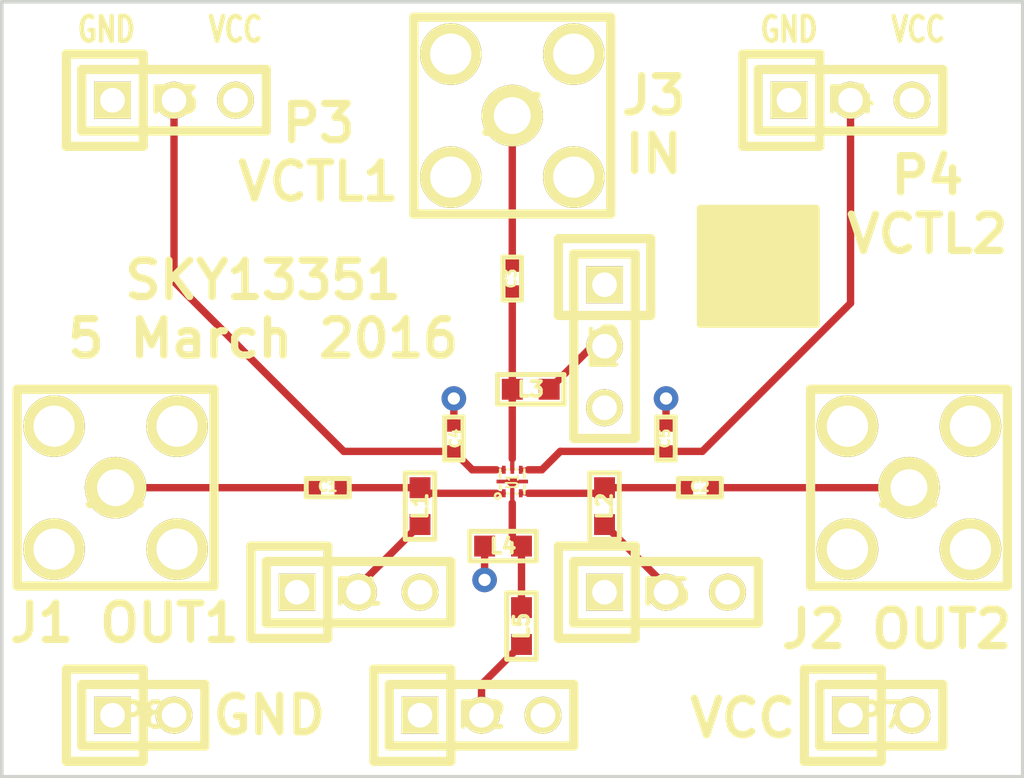
<source format=kicad_pcb>
(kicad_pcb (version 20221018) (generator pcbnew)
  (layers (0 "F.Cu" signal "C1F.Cu") (1 "In1.Cu" signal "C2.Cu") (2 "In2.Cu" signal "C3.Cu") (31 "B.Cu" signal "C4B.Cu") (34 "B.Paste" user) (35 "F.Paste" user) (36 "B.SilkS" user "B.Silkscreen") (37 "F.SilkS" user "F.Silkscreen") (38 "B.Mask" user) (39 "F.Mask" user) (44 "Edge.Cuts" user))
  (net 0 "")
  (net 1 "Net-(C1-Pad2)")
  (net 2 "Net-(C1-Pad1)")
  (net 3 "Net-(C2-Pad2)")
  (net 4 "Net-(C2-Pad1)")
  (net 5 "Net-(C3-Pad2)")
  (net 6 "Net-(C3-Pad1)")
  (net 7 "GND")
  (net 8 "VCC")
  (net 9 "Net-(C4-Pad1)")
  (net 10 "Net-(C5-Pad2)")
  (net 11 "Net-(L1-Pad1)")
  (net 12 "Net-(L5-Pad1)")
  (net 13 "Net-(L2-Pad1)")
  (net 14 "Net-(L3-Pad1)")
  (net 15 "Net-(L4-Pad2)")
  (footprint "gsg-modules:0402" (layer "F.Cu") (at 144.78 101.854 180)
    (fp_text reference "C1" (at 0 0.0508 180) (layer "F.SilkS") (effects (font (size 0.4064 0.4064) (thickness 0.1016))))
    (fp_text value "100nF" hide)
    (fp_line (start -0.889 -0.381) (end 0.889 -0.381) (stroke (width 0.2032)) (layer "F.SilkS"))
    (fp_line (start -0.889 0.381) (end -0.889 -0.381) (stroke (width 0.2032)) (layer "F.SilkS"))
    (fp_line (start 0.889 -0.381) (end 0.889 0.381) (stroke (width 0.2032)) (layer "F.SilkS"))
    (fp_line (start 0.889 0.381) (end -0.889 0.381) (stroke (width 0.2032)) (layer "F.SilkS"))
    (pad "1" smd rect (at -0.5334 0 180) (size 0.508 0.5588) (layers "F.Cu" "F.Paste" "F.Mask") (net 2 "Net-(C1-Pad1)"))
    (pad "2" smd rect (at 0.5334 0 180) (size 0.508 0.5588) (layers "F.Cu" "F.Paste" "F.Mask") (net 1 "Net-(C1-Pad2)"))
  )
  (footprint "gsg-modules:0402" (layer "F.Cu") (at 160.147 101.854 180)
    (fp_text reference "C2" (at 0 0.0508 180) (layer "F.SilkS") (effects (font (size 0.4064 0.4064) (thickness 0.1016))))
    (fp_text value "100nF" hide)
    (fp_line (start -0.889 -0.381) (end 0.889 -0.381) (stroke (width 0.2032)) (layer "F.SilkS"))
    (fp_line (start -0.889 0.381) (end -0.889 -0.381) (stroke (width 0.2032)) (layer "F.SilkS"))
    (fp_line (start 0.889 -0.381) (end 0.889 0.381) (stroke (width 0.2032)) (layer "F.SilkS"))
    (fp_line (start 0.889 0.381) (end -0.889 0.381) (stroke (width 0.2032)) (layer "F.SilkS"))
    (pad "1" smd rect (at -0.5334 0 180) (size 0.508 0.5588) (layers "F.Cu" "F.Paste" "F.Mask") (net 4 "Net-(C2-Pad1)"))
    (pad "2" smd rect (at 0.5334 0 180) (size 0.508 0.5588) (layers "F.Cu" "F.Paste" "F.Mask") (net 3 "Net-(C2-Pad2)"))
  )
  (footprint "gsg-modules:0402" (layer "F.Cu") (at 152.4 93.218 -90)
    (fp_text reference "C3" (at 0 0.0508 270) (layer "F.SilkS") (effects (font (size 0.4064 0.4064) (thickness 0.1016))))
    (fp_text value "100nF" hide)
    (fp_line (start -0.889 -0.381) (end 0.889 -0.381) (stroke (width 0.2032)) (layer "F.SilkS"))
    (fp_line (start -0.889 0.381) (end -0.889 -0.381) (stroke (width 0.2032)) (layer "F.SilkS"))
    (fp_line (start 0.889 -0.381) (end 0.889 0.381) (stroke (width 0.2032)) (layer "F.SilkS"))
    (fp_line (start 0.889 0.381) (end -0.889 0.381) (stroke (width 0.2032)) (layer "F.SilkS"))
    (pad "1" smd rect (at -0.5334 0 270) (size 0.508 0.5588) (layers "F.Cu" "F.Paste" "F.Mask") (net 6 "Net-(C3-Pad1)"))
    (pad "2" smd rect (at 0.5334 0 270) (size 0.508 0.5588) (layers "F.Cu" "F.Paste" "F.Mask") (net 5 "Net-(C3-Pad2)"))
  )
  (footprint "gsg-modules:SMA-VERTICAL" (layer "F.Cu") (at 136.017 101.854)
    (fp_text reference "J1" (at 0 0) (layer "F.SilkS") (effects (font (size 1.524 1.524) (thickness 0.3048))))
    (fp_text value "SMA" hide)
    (fp_line (start -4.064 -4.064) (end -4.064 4.064) (stroke (width 0.381)) (layer "F.SilkS"))
    (fp_line (start -4.064 4.064) (end 4.064 4.064) (stroke (width 0.381)) (layer "F.SilkS"))
    (fp_line (start 4.064 -4.064) (end -4.064 -4.064) (stroke (width 0.381)) (layer "F.SilkS"))
    (fp_line (start 4.064 4.064) (end 4.064 -4.064) (stroke (width 0.381)) (layer "F.SilkS"))
    (pad "1" thru_hole circle (at 0 0) (size 2.54 2.54) (drill 1.524) (layers "*.Cu" "*.Mask" "F.SilkS") (net 1 "Net-(C1-Pad2)"))
    (pad "2" thru_hole circle (at -2.54 -2.54) (size 2.54 2.54) (drill 1.7018) (layers "*.Cu" "*.Mask" "F.SilkS") (net 7 "GND"))
    (pad "2" thru_hole circle (at -2.54 2.54) (size 2.54 2.54) (drill 1.7018) (layers "*.Cu" "*.Mask" "F.SilkS") (net 7 "GND"))
    (pad "2" thru_hole circle (at 2.54 -2.54) (size 2.54 2.54) (drill 1.7018) (layers "*.Cu" "*.Mask" "F.SilkS") (net 7 "GND"))
    (pad "2" thru_hole circle (at 2.54 2.54) (size 2.54 2.54) (drill 1.7018) (layers "*.Cu" "*.Mask" "F.SilkS") (net 7 "GND"))
  )
  (footprint "gsg-modules:SMA-VERTICAL" (layer "F.Cu") (at 168.783 101.854)
    (fp_text reference "J2" (at 0 0) (layer "F.SilkS") (effects (font (size 1.524 1.524) (thickness 0.3048))))
    (fp_text value "SMA" hide)
    (fp_line (start -4.064 -4.064) (end -4.064 4.064) (stroke (width 0.381)) (layer "F.SilkS"))
    (fp_line (start -4.064 4.064) (end 4.064 4.064) (stroke (width 0.381)) (layer "F.SilkS"))
    (fp_line (start 4.064 -4.064) (end -4.064 -4.064) (stroke (width 0.381)) (layer "F.SilkS"))
    (fp_line (start 4.064 4.064) (end 4.064 -4.064) (stroke (width 0.381)) (layer "F.SilkS"))
    (pad "1" thru_hole circle (at 0 0) (size 2.54 2.54) (drill 1.524) (layers "*.Cu" "*.Mask" "F.SilkS") (net 4 "Net-(C2-Pad1)"))
    (pad "2" thru_hole circle (at -2.54 -2.54) (size 2.54 2.54) (drill 1.7018) (layers "*.Cu" "*.Mask" "F.SilkS") (net 7 "GND"))
    (pad "2" thru_hole circle (at -2.54 2.54) (size 2.54 2.54) (drill 1.7018) (layers "*.Cu" "*.Mask" "F.SilkS") (net 7 "GND"))
    (pad "2" thru_hole circle (at 2.54 -2.54) (size 2.54 2.54) (drill 1.7018) (layers "*.Cu" "*.Mask" "F.SilkS") (net 7 "GND"))
    (pad "2" thru_hole circle (at 2.54 2.54) (size 2.54 2.54) (drill 1.7018) (layers "*.Cu" "*.Mask" "F.SilkS") (net 7 "GND"))
  )
  (footprint "gsg-modules:SMA-VERTICAL" (layer "F.Cu") (at 152.4 86.487)
    (fp_text reference "J3" (at 0 0) (layer "F.SilkS") (effects (font (size 1.524 1.524) (thickness 0.3048))))
    (fp_text value "SMA" hide)
    (fp_line (start -4.064 -4.064) (end -4.064 4.064) (stroke (width 0.381)) (layer "F.SilkS"))
    (fp_line (start -4.064 4.064) (end 4.064 4.064) (stroke (width 0.381)) (layer "F.SilkS"))
    (fp_line (start 4.064 -4.064) (end -4.064 -4.064) (stroke (width 0.381)) (layer "F.SilkS"))
    (fp_line (start 4.064 4.064) (end 4.064 -4.064) (stroke (width 0.381)) (layer "F.SilkS"))
    (pad "1" thru_hole circle (at 0 0) (size 2.54 2.54) (drill 1.524) (layers "*.Cu" "*.Mask" "F.SilkS") (net 6 "Net-(C3-Pad1)"))
    (pad "2" thru_hole circle (at -2.54 -2.54) (size 2.54 2.54) (drill 1.7018) (layers "*.Cu" "*.Mask" "F.SilkS") (net 7 "GND"))
    (pad "2" thru_hole circle (at -2.54 2.54) (size 2.54 2.54) (drill 1.7018) (layers "*.Cu" "*.Mask" "F.SilkS") (net 7 "GND"))
    (pad "2" thru_hole circle (at 2.54 -2.54) (size 2.54 2.54) (drill 1.7018) (layers "*.Cu" "*.Mask" "F.SilkS") (net 7 "GND"))
    (pad "2" thru_hole circle (at 2.54 2.54) (size 2.54 2.54) (drill 1.7018) (layers "*.Cu" "*.Mask" "F.SilkS") (net 7 "GND"))
  )
  (footprint "gsg-modules:HEADER-1x3" (layer "F.Cu") (at 146.05 106.172)
    (fp_text reference "P1" (at 0 0) (layer "F.SilkS") (effects (font (size 1.016 1.016) (thickness 0.2032))))
    (fp_text value "CONN_01X03" hide)
    (fp_line (start -4.445 -1.905) (end -4.445 1.905) (stroke (width 0.381)) (layer "F.SilkS"))
    (fp_line (start -4.445 1.905) (end -1.27 1.905) (stroke (width 0.381)) (layer "F.SilkS"))
    (fp_line (start -3.81 -1.27) (end -3.81 1.27) (stroke (width 0.381)) (layer "F.SilkS"))
    (fp_line (start -3.81 -1.27) (end 3.81 -1.27) (stroke (width 0.381)) (layer "F.SilkS"))
    (fp_line (start -1.27 -1.905) (end -4.445 -1.905) (stroke (width 0.381)) (layer "F.SilkS"))
    (fp_line (start -1.27 1.905) (end -1.27 -1.905) (stroke (width 0.381)) (layer "F.SilkS"))
    (fp_line (start 3.81 -1.27) (end 3.81 1.27) (stroke (width 0.381)) (layer "F.SilkS"))
    (fp_line (start 3.81 1.27) (end -3.81 1.27) (stroke (width 0.381)) (layer "F.SilkS"))
    (pad "1" thru_hole rect (at -2.54 0) (size 1.524 1.524) (drill 1.016) (layers "*.Cu" "*.Mask" "F.SilkS") (net 7 "GND"))
    (pad "2" thru_hole circle (at 0 0) (size 1.524 1.524) (drill 1.016) (layers "*.Cu" "*.Mask" "F.SilkS") (net 11 "Net-(L1-Pad1)"))
    (pad "3" thru_hole circle (at 2.54 0) (size 1.524 1.524) (drill 1.016) (layers "*.Cu" "*.Mask" "F.SilkS") (net 8 "VCC"))
  )
  (footprint "gsg-modules:HEADER-1x3" (layer "F.Cu") (at 151.13 111.252)
    (fp_text reference "P2" (at 0 0) (layer "F.SilkS") (effects (font (size 1.016 1.016) (thickness 0.2032))))
    (fp_text value "CONN_01X03" hide)
    (fp_line (start -4.445 -1.905) (end -4.445 1.905) (stroke (width 0.381)) (layer "F.SilkS"))
    (fp_line (start -4.445 1.905) (end -1.27 1.905) (stroke (width 0.381)) (layer "F.SilkS"))
    (fp_line (start -3.81 -1.27) (end -3.81 1.27) (stroke (width 0.381)) (layer "F.SilkS"))
    (fp_line (start -3.81 -1.27) (end 3.81 -1.27) (stroke (width 0.381)) (layer "F.SilkS"))
    (fp_line (start -1.27 -1.905) (end -4.445 -1.905) (stroke (width 0.381)) (layer "F.SilkS"))
    (fp_line (start -1.27 1.905) (end -1.27 -1.905) (stroke (width 0.381)) (layer "F.SilkS"))
    (fp_line (start 3.81 -1.27) (end 3.81 1.27) (stroke (width 0.381)) (layer "F.SilkS"))
    (fp_line (start 3.81 1.27) (end -3.81 1.27) (stroke (width 0.381)) (layer "F.SilkS"))
    (pad "1" thru_hole rect (at -2.54 0) (size 1.524 1.524) (drill 1.016) (layers "*.Cu" "*.Mask" "F.SilkS") (net 7 "GND"))
    (pad "2" thru_hole circle (at 0 0) (size 1.524 1.524) (drill 1.016) (layers "*.Cu" "*.Mask" "F.SilkS") (net 12 "Net-(L5-Pad1)"))
    (pad "3" thru_hole circle (at 2.54 0) (size 1.524 1.524) (drill 1.016) (layers "*.Cu" "*.Mask" "F.SilkS") (net 8 "VCC"))
  )
  (footprint "gsg-modules:HEADER-1x3" (layer "F.Cu") (at 138.43 85.852)
    (fp_text reference "P3" (at 0 0) (layer "F.SilkS") (effects (font (size 1.016 1.016) (thickness 0.2032))))
    (fp_text value "CONN_01X03" hide)
    (fp_line (start -4.445 -1.905) (end -4.445 1.905) (stroke (width 0.381)) (layer "F.SilkS"))
    (fp_line (start -4.445 1.905) (end -1.27 1.905) (stroke (width 0.381)) (layer "F.SilkS"))
    (fp_line (start -3.81 -1.27) (end -3.81 1.27) (stroke (width 0.381)) (layer "F.SilkS"))
    (fp_line (start -3.81 -1.27) (end 3.81 -1.27) (stroke (width 0.381)) (layer "F.SilkS"))
    (fp_line (start -1.27 -1.905) (end -4.445 -1.905) (stroke (width 0.381)) (layer "F.SilkS"))
    (fp_line (start -1.27 1.905) (end -1.27 -1.905) (stroke (width 0.381)) (layer "F.SilkS"))
    (fp_line (start 3.81 -1.27) (end 3.81 1.27) (stroke (width 0.381)) (layer "F.SilkS"))
    (fp_line (start 3.81 1.27) (end -3.81 1.27) (stroke (width 0.381)) (layer "F.SilkS"))
    (pad "1" thru_hole rect (at -2.54 0) (size 1.524 1.524) (drill 1.016) (layers "*.Cu" "*.Mask" "F.SilkS") (net 7 "GND"))
    (pad "2" thru_hole circle (at 0 0) (size 1.524 1.524) (drill 1.016) (layers "*.Cu" "*.Mask" "F.SilkS") (net 9 "Net-(C4-Pad1)"))
    (pad "3" thru_hole circle (at 2.54 0) (size 1.524 1.524) (drill 1.016) (layers "*.Cu" "*.Mask" "F.SilkS") (net 8 "VCC"))
  )
  (footprint "gsg-modules:HEADER-1x3" (layer "F.Cu") (at 166.37 85.852)
    (fp_text reference "P4" (at 0 0) (layer "F.SilkS") (effects (font (size 1.016 1.016) (thickness 0.2032))))
    (fp_text value "CONN_01X03" hide)
    (fp_line (start -4.445 -1.905) (end -4.445 1.905) (stroke (width 0.381)) (layer "F.SilkS"))
    (fp_line (start -4.445 1.905) (end -1.27 1.905) (stroke (width 0.381)) (layer "F.SilkS"))
    (fp_line (start -3.81 -1.27) (end -3.81 1.27) (stroke (width 0.381)) (layer "F.SilkS"))
    (fp_line (start -3.81 -1.27) (end 3.81 -1.27) (stroke (width 0.381)) (layer "F.SilkS"))
    (fp_line (start -1.27 -1.905) (end -4.445 -1.905) (stroke (width 0.381)) (layer "F.SilkS"))
    (fp_line (start -1.27 1.905) (end -1.27 -1.905) (stroke (width 0.381)) (layer "F.SilkS"))
    (fp_line (start 3.81 -1.27) (end 3.81 1.27) (stroke (width 0.381)) (layer "F.SilkS"))
    (fp_line (start 3.81 1.27) (end -3.81 1.27) (stroke (width 0.381)) (layer "F.SilkS"))
    (pad "1" thru_hole rect (at -2.54 0) (size 1.524 1.524) (drill 1.016) (layers "*.Cu" "*.Mask" "F.SilkS") (net 7 "GND"))
    (pad "2" thru_hole circle (at 0 0) (size 1.524 1.524) (drill 1.016) (layers "*.Cu" "*.Mask" "F.SilkS") (net 10 "Net-(C5-Pad2)"))
    (pad "3" thru_hole circle (at 2.54 0) (size 1.524 1.524) (drill 1.016) (layers "*.Cu" "*.Mask" "F.SilkS") (net 8 "VCC"))
  )
  (footprint "gsg-modules:HEADER-1x3" (layer "F.Cu") (at 158.75 106.172)
    (fp_text reference "P5" (at 0 0) (layer "F.SilkS") (effects (font (size 1.016 1.016) (thickness 0.2032))))
    (fp_text value "CONN_01X03" hide)
    (fp_line (start -4.445 -1.905) (end -4.445 1.905) (stroke (width 0.381)) (layer "F.SilkS"))
    (fp_line (start -4.445 1.905) (end -1.27 1.905) (stroke (width 0.381)) (layer "F.SilkS"))
    (fp_line (start -3.81 -1.27) (end -3.81 1.27) (stroke (width 0.381)) (layer "F.SilkS"))
    (fp_line (start -3.81 -1.27) (end 3.81 -1.27) (stroke (width 0.381)) (layer "F.SilkS"))
    (fp_line (start -1.27 -1.905) (end -4.445 -1.905) (stroke (width 0.381)) (layer "F.SilkS"))
    (fp_line (start -1.27 1.905) (end -1.27 -1.905) (stroke (width 0.381)) (layer "F.SilkS"))
    (fp_line (start 3.81 -1.27) (end 3.81 1.27) (stroke (width 0.381)) (layer "F.SilkS"))
    (fp_line (start 3.81 1.27) (end -3.81 1.27) (stroke (width 0.381)) (layer "F.SilkS"))
    (pad "1" thru_hole rect (at -2.54 0) (size 1.524 1.524) (drill 1.016) (layers "*.Cu" "*.Mask" "F.SilkS") (net 7 "GND"))
    (pad "2" thru_hole circle (at 0 0) (size 1.524 1.524) (drill 1.016) (layers "*.Cu" "*.Mask" "F.SilkS") (net 13 "Net-(L2-Pad1)"))
    (pad "3" thru_hole circle (at 2.54 0) (size 1.524 1.524) (drill 1.016) (layers "*.Cu" "*.Mask" "F.SilkS") (net 8 "VCC"))
  )
  (footprint "gsg-modules:HEADER-1x3" (layer "F.Cu") (at 156.21 96.012 -90)
    (fp_text reference "P6" (at 0 0 270) (layer "F.SilkS") (effects (font (size 1.016 1.016) (thickness 0.2032))))
    (fp_text value "CONN_01X03" hide)
    (fp_line (start -4.445 -1.905) (end -4.445 1.905) (stroke (width 0.381)) (layer "F.SilkS"))
    (fp_line (start -4.445 1.905) (end -1.27 1.905) (stroke (width 0.381)) (layer "F.SilkS"))
    (fp_line (start -3.81 -1.27) (end -3.81 1.27) (stroke (width 0.381)) (layer "F.SilkS"))
    (fp_line (start -3.81 -1.27) (end 3.81 -1.27) (stroke (width 0.381)) (layer "F.SilkS"))
    (fp_line (start -1.27 -1.905) (end -4.445 -1.905) (stroke (width 0.381)) (layer "F.SilkS"))
    (fp_line (start -1.27 1.905) (end -1.27 -1.905) (stroke (width 0.381)) (layer "F.SilkS"))
    (fp_line (start 3.81 -1.27) (end 3.81 1.27) (stroke (width 0.381)) (layer "F.SilkS"))
    (fp_line (start 3.81 1.27) (end -3.81 1.27) (stroke (width 0.381)) (layer "F.SilkS"))
    (pad "1" thru_hole rect (at -2.54 0 270) (size 1.524 1.524) (drill 1.016) (layers "*.Cu" "*.Mask" "F.SilkS") (net 7 "GND"))
    (pad "2" thru_hole circle (at 0 0 270) (size 1.524 1.524) (drill 1.016) (layers "*.Cu" "*.Mask" "F.SilkS") (net 14 "Net-(L3-Pad1)"))
    (pad "3" thru_hole circle (at 2.54 0 270) (size 1.524 1.524) (drill 1.016) (layers "*.Cu" "*.Mask" "F.SilkS") (net 8 "VCC"))
  )
  (footprint "gsg-modules:HEADER-1x2" (layer "F.Cu") (at 167.64 111.252)
    (fp_text reference "P7" (at 0 0) (layer "F.SilkS") (effects (font (size 1.016 1.016) (thickness 0.2032))))
    (fp_text value "CONN_01X02" hide)
    (fp_line (start -3.175 -1.905) (end -3.175 1.905) (stroke (width 0.381)) (layer "F.SilkS"))
    (fp_line (start -3.175 1.905) (end 0 1.905) (stroke (width 0.381)) (layer "F.SilkS"))
    (fp_line (start -2.54 -1.27) (end -2.54 1.27) (stroke (width 0.381)) (layer "F.SilkS"))
    (fp_line (start -2.54 -1.27) (end 2.54 -1.27) (stroke (width 0.381)) (layer "F.SilkS"))
    (fp_line (start 0 -1.905) (end -3.175 -1.905) (stroke (width 0.381)) (layer "F.SilkS"))
    (fp_line (start 0 1.905) (end 0 -1.905) (stroke (width 0.381)) (layer "F.SilkS"))
    (fp_line (start 2.54 -1.27) (end 2.54 1.27) (stroke (width 0.381)) (layer "F.SilkS"))
    (fp_line (start 2.54 1.27) (end -2.54 1.27) (stroke (width 0.381)) (layer "F.SilkS"))
    (pad "1" thru_hole rect (at -1.27 0) (size 1.524 1.524) (drill 1.016) (layers "*.Cu" "*.Mask" "F.SilkS") (net 8 "VCC"))
    (pad "2" thru_hole circle (at 1.27 0) (size 1.524 1.524) (drill 1.016) (layers "*.Cu" "*.Mask" "F.SilkS") (net 8 "VCC"))
  )
  (footprint "gsg-modules:HEADER-1x2" (layer "F.Cu") (at 137.16 111.252)
    (fp_text reference "P8" (at 0 0) (layer "F.SilkS") (effects (font (size 1.016 1.016) (thickness 0.2032))))
    (fp_text value "CONN_01X02" hide)
    (fp_line (start -3.175 -1.905) (end -3.175 1.905) (stroke (width 0.381)) (layer "F.SilkS"))
    (fp_line (start -3.175 1.905) (end 0 1.905) (stroke (width 0.381)) (layer "F.SilkS"))
    (fp_line (start -2.54 -1.27) (end -2.54 1.27) (stroke (width 0.381)) (layer "F.SilkS"))
    (fp_line (start -2.54 -1.27) (end 2.54 -1.27) (stroke (width 0.381)) (layer "F.SilkS"))
    (fp_line (start 0 -1.905) (end -3.175 -1.905) (stroke (width 0.381)) (layer "F.SilkS"))
    (fp_line (start 0 1.905) (end 0 -1.905) (stroke (width 0.381)) (layer "F.SilkS"))
    (fp_line (start 2.54 -1.27) (end 2.54 1.27) (stroke (width 0.381)) (layer "F.SilkS"))
    (fp_line (start 2.54 1.27) (end -2.54 1.27) (stroke (width 0.381)) (layer "F.SilkS"))
    (pad "1" thru_hole rect (at -1.27 0) (size 1.524 1.524) (drill 1.016) (layers "*.Cu" "*.Mask" "F.SilkS") (net 7 "GND"))
    (pad "2" thru_hole circle (at 1.27 0) (size 1.524 1.524) (drill 1.016) (layers "*.Cu" "*.Mask" "F.SilkS") (net 7 "GND"))
  )
  (footprint "gsg-modules:0402" (layer "F.Cu") (at 149.987 99.822 90)
    (fp_text reference "C4" (at 0 0.0508 90) (layer "F.SilkS") (effects (font (size 0.4064 0.4064) (thickness 0.1016))))
    (fp_text value "33pF" hide)
    (fp_line (start -0.889 -0.381) (end 0.889 -0.381) (stroke (width 0.2032)) (layer "F.SilkS"))
    (fp_line (start -0.889 0.381) (end -0.889 -0.381) (stroke (width 0.2032)) (layer "F.SilkS"))
    (fp_line (start 0.889 -0.381) (end 0.889 0.381) (stroke (width 0.2032)) (layer "F.SilkS"))
    (fp_line (start 0.889 0.381) (end -0.889 0.381) (stroke (width 0.2032)) (layer "F.SilkS"))
    (pad "1" smd rect (at -0.5334 0 90) (size 0.508 0.5588) (layers "F.Cu" "F.Paste" "F.Mask") (net 9 "Net-(C4-Pad1)"))
    (pad "2" smd rect (at 0.5334 0 90) (size 0.508 0.5588) (layers "F.Cu" "F.Paste" "F.Mask") (net 7 "GND"))
  )
  (footprint "gsg-modules:0402" (layer "F.Cu") (at 158.75 99.822 -90)
    (fp_text reference "C5" (at 0 0.0508 270) (layer "F.SilkS") (effects (font (size 0.4064 0.4064) (thickness 0.1016))))
    (fp_text value "33pF" hide)
    (fp_line (start -0.889 -0.381) (end 0.889 -0.381) (stroke (width 0.2032)) (layer "F.SilkS"))
    (fp_line (start -0.889 0.381) (end -0.889 -0.381) (stroke (width 0.2032)) (layer "F.SilkS"))
    (fp_line (start 0.889 -0.381) (end 0.889 0.381) (stroke (width 0.2032)) (layer "F.SilkS"))
    (fp_line (start 0.889 0.381) (end -0.889 0.381) (stroke (width 0.2032)) (layer "F.SilkS"))
    (pad "1" smd rect (at -0.5334 0 270) (size 0.508 0.5588) (layers "F.Cu" "F.Paste" "F.Mask") (net 7 "GND"))
    (pad "2" smd rect (at 0.5334 0 270) (size 0.508 0.5588) (layers "F.Cu" "F.Paste" "F.Mask") (net 10 "Net-(C5-Pad2)"))
  )
  (footprint "gsg-modules:SKY13351-378LF" (layer "F.Cu") (at 152.4 101.6 90)
    (fp_text reference "U1" (at 0 0 90) (layer "F.SilkS") (effects (font (size 0.50038 0.29972) (thickness 0.0762))))
    (fp_text value "SKY13351" hide)
    (fp_line (start -0.50038 -0.20066) (end -0.50038 -0.14986) (stroke (width 0.1016)) (layer "F.SilkS"))
    (fp_line (start -0.50038 0.14986) (end -0.50038 0.20066) (stroke (width 0.1016)) (layer "F.SilkS"))
    (fp_line (start -0.50038 0.50038) (end -0.14986 0.50038) (stroke (width 0.1016)) (layer "F.SilkS"))
    (fp_line (start -0.14986 -0.50038) (end -0.29972 -0.50038) (stroke (width 0.1016)) (layer "F.SilkS"))
    (fp_line (start 0.14986 0.50038) (end 0.50038 0.50038) (stroke (width 0.1016)) (layer "F.SilkS"))
    (fp_line (start 0.50038 -0.50038) (end 0.14986 -0.50038) (stroke (width 0.1016)) (layer "F.SilkS"))
    (fp_line (start 0.50038 -0.14986) (end 0.50038 -0.20066) (stroke (width 0.1016)) (layer "F.SilkS"))
    (fp_line (start 0.50038 0.20066) (end 0.50038 0.14986) (stroke (width 0.1016)) (layer "F.SilkS"))
    (fp_circle (center -0.59944 -0.60198) (end -0.50038 -0.55118) (stroke (width 0.1016)) (fill none) (layer "F.SilkS"))
    (pad "1" smd rect (at -0.48514 -0.35052 90) (size 0.3302 0.1524) (layers "F.Cu" "F.Paste" "F.Mask") (net 2 "Net-(C1-Pad1)"))
    (pad "2" smd rect (at -0.32512 0 90) (size 0.65024 0.1524) (layers "F.Cu" "F.Paste" "F.Mask") (net 15 "Net-(L4-Pad2)"))
    (pad "2" smd oval (at -0.10922 -0.0889 45) (size 0.14986 0.39878) (layers "F.Cu" "F.Paste" "F.Mask") (net 15 "Net-(L4-Pad2)"))
    (pad "2" smd oval (at -0.09906 0.0889 135) (size 0.14986 0.39878) (layers "F.Cu" "F.Paste" "F.Mask") (net 15 "Net-(L4-Pad2)"))
    (pad "2" smd rect (at 0 0 90) (size 0.1524 1.30048) (layers "F.Cu" "F.Paste" "F.Mask") (net 15 "Net-(L4-Pad2)"))
    (pad "2" smd oval (at 0.06604 0 90) (size 0.12954 0.50038) (layers "F.Cu" "F.Paste" "F.Mask") (net 15 "Net-(L4-Pad2)"))
    (pad "3" smd rect (at -0.48514 0.35052 90) (size 0.3302 0.1524) (layers "F.Cu" "F.Paste" "F.Mask") (net 3 "Net-(C2-Pad2)"))
    (pad "4" smd rect (at 0.48514 0.35052 90) (size 0.3302 0.1524) (layers "F.Cu" "F.Paste" "F.Mask") (net 10 "Net-(C5-Pad2)"))
    (pad "5" smd rect (at 0.48514 0 90) (size 0.3302 0.1524) (layers "F.Cu" "F.Paste" "F.Mask") (net 5 "Net-(C3-Pad2)"))
    (pad "6" smd rect (at 0.48514 -0.35052 90) (size 0.3302 0.1524) (layers "F.Cu" "F.Paste" "F.Mask") (net 9 "Net-(C4-Pad1)"))
  )
  (footprint "gsg-modules:0603" (layer "F.Cu") (at 148.59 102.616 90)
    (fp_text reference "L1" (at 0 0 90) (layer "F.SilkS") (effects (font (size 0.6096 0.6096) (thickness 0.1524))))
    (fp_text value "15uH" hide)
    (fp_line (start -1.3716 -0.6096) (end -1.3716 0.6096) (stroke (width 0.2032)) (layer "F.SilkS"))
    (fp_line (start -1.3716 0.6096) (end 1.3716 0.6096) (stroke (width 0.2032)) (layer "F.SilkS"))
    (fp_line (start 1.3716 -0.6096) (end -1.3716 -0.6096) (stroke (width 0.2032)) (layer "F.SilkS"))
    (fp_line (start 1.3716 0.6096) (end 1.3716 -0.6096) (stroke (width 0.2032)) (layer "F.SilkS"))
    (pad "1" smd rect (at -0.762 0 90) (size 0.8636 0.8636) (layers "F.Cu" "F.Paste" "F.Mask") (net 11 "Net-(L1-Pad1)") (clearance 0.1778))
    (pad "2" smd rect (at 0.762 0 90) (size 0.8636 0.8636) (layers "F.Cu" "F.Paste" "F.Mask") (net 2 "Net-(C1-Pad1)") (clearance 0.1778))
  )
  (footprint "gsg-modules:0603" (layer "F.Cu") (at 156.21 102.616 90)
    (fp_text reference "L2" (at 0 0 90) (layer "F.SilkS") (effects (font (size 0.6096 0.6096) (thickness 0.1524))))
    (fp_text value "15uH" hide)
    (fp_line (start -1.3716 -0.6096) (end -1.3716 0.6096) (stroke (width 0.2032)) (layer "F.SilkS"))
    (fp_line (start -1.3716 0.6096) (end 1.3716 0.6096) (stroke (width 0.2032)) (layer "F.SilkS"))
    (fp_line (start 1.3716 -0.6096) (end -1.3716 -0.6096) (stroke (width 0.2032)) (layer "F.SilkS"))
    (fp_line (start 1.3716 0.6096) (end 1.3716 -0.6096) (stroke (width 0.2032)) (layer "F.SilkS"))
    (pad "1" smd rect (at -0.762 0 90) (size 0.8636 0.8636) (layers "F.Cu" "F.Paste" "F.Mask") (net 13 "Net-(L2-Pad1)") (clearance 0.1778))
    (pad "2" smd rect (at 0.762 0 90) (size 0.8636 0.8636) (layers "F.Cu" "F.Paste" "F.Mask") (net 3 "Net-(C2-Pad2)") (clearance 0.1778))
  )
  (footprint "gsg-modules:0603" (layer "F.Cu") (at 153.162 97.79 180)
    (fp_text reference "L3" (at 0 0 180) (layer "F.SilkS") (effects (font (size 0.6096 0.6096) (thickness 0.1524))))
    (fp_text value "15uH" hide)
    (fp_line (start -1.3716 -0.6096) (end -1.3716 0.6096) (stroke (width 0.2032)) (layer "F.SilkS"))
    (fp_line (start -1.3716 0.6096) (end 1.3716 0.6096) (stroke (width 0.2032)) (layer "F.SilkS"))
    (fp_line (start 1.3716 -0.6096) (end -1.3716 -0.6096) (stroke (width 0.2032)) (layer "F.SilkS"))
    (fp_line (start 1.3716 0.6096) (end 1.3716 -0.6096) (stroke (width 0.2032)) (layer "F.SilkS"))
    (pad "1" smd rect (at -0.762 0 180) (size 0.8636 0.8636) (layers "F.Cu" "F.Paste" "F.Mask") (net 14 "Net-(L3-Pad1)") (clearance 0.1778))
    (pad "2" smd rect (at 0.762 0 180) (size 0.8636 0.8636) (layers "F.Cu" "F.Paste" "F.Mask") (net 5 "Net-(C3-Pad2)") (clearance 0.1778))
  )
  (footprint "gsg-modules:0603" (layer "F.Cu") (at 152.019 104.267)
    (fp_text reference "L4" (at 0 0) (layer "F.SilkS") (effects (font (size 0.6096 0.6096) (thickness 0.1524))))
    (fp_text value "15uH" hide)
    (fp_line (start -1.3716 -0.6096) (end -1.3716 0.6096) (stroke (width 0.2032)) (layer "F.SilkS"))
    (fp_line (start -1.3716 0.6096) (end 1.3716 0.6096) (stroke (width 0.2032)) (layer "F.SilkS"))
    (fp_line (start 1.3716 -0.6096) (end -1.3716 -0.6096) (stroke (width 0.2032)) (layer "F.SilkS"))
    (fp_line (start 1.3716 0.6096) (end 1.3716 -0.6096) (stroke (width 0.2032)) (layer "F.SilkS"))
    (pad "1" smd rect (at -0.762 0) (size 0.8636 0.8636) (layers "F.Cu" "F.Paste" "F.Mask") (net 7 "GND") (clearance 0.1778))
    (pad "2" smd rect (at 0.762 0) (size 0.8636 0.8636) (layers "F.Cu" "F.Paste" "F.Mask") (net 15 "Net-(L4-Pad2)") (clearance 0.1778))
  )
  (footprint "gsg-modules:0603" (layer "F.Cu") (at 152.781 107.569 90)
    (fp_text reference "L5" (at 0 0 90) (layer "F.SilkS") (effects (font (size 0.6096 0.6096) (thickness 0.1524))))
    (fp_text value "15uH" hide)
    (fp_line (start -1.3716 -0.6096) (end -1.3716 0.6096) (stroke (width 0.2032)) (layer "F.SilkS"))
    (fp_line (start -1.3716 0.6096) (end 1.3716 0.6096) (stroke (width 0.2032)) (layer "F.SilkS"))
    (fp_line (start 1.3716 -0.6096) (end -1.3716 -0.6096) (stroke (width 0.2032)) (layer "F.SilkS"))
    (fp_line (start 1.3716 0.6096) (end 1.3716 -0.6096) (stroke (width 0.2032)) (layer "F.SilkS"))
    (pad "1" smd rect (at -0.762 0 90) (size 0.8636 0.8636) (layers "F.Cu" "F.Paste" "F.Mask") (net 12 "Net-(L5-Pad1)") (clearance 0.1778))
    (pad "2" smd rect (at 0.762 0 90) (size 0.8636 0.8636) (layers "F.Cu" "F.Paste" "F.Mask") (net 15 "Net-(L4-Pad2)") (clearance 0.1778))
  )
  (gr_line (start 131.318 113.792) (end 131.318 81.788) (stroke (width 0.15)) (layer "Edge.Cuts"))
  (gr_line (start 173.482 81.788) (end 173.482 113.792) (stroke (width 0.15)) (layer "Edge.Cuts"))
  (gr_line (start 131.318 81.788) (end 173.482 81.788) (stroke (width 0.15)) (layer "Edge.Cuts"))
  (gr_line (start 173.482 113.792) (end 131.318 113.792) (stroke (width 0.15)) (layer "Edge.Cuts"))
  (gr_text "VCC" (at 169.164 82.931) (layer "F.SilkS") (effects (font (size 1.016 0.762) (thickness 0.1905))))
  (gr_text "GND" (at 163.83 82.931) (layer "F.SilkS") (effects (font (size 1.016 0.762) (thickness 0.1905))))
  (gr_text "VCC" (at 140.97 82.931) (layer "F.SilkS") (effects (font (size 1.016 0.762) (thickness 0.1905))))
  (gr_text "SKY13351\n5 March 2016" (at 142.113 94.488) (layer "F.SilkS") (effects (font (size 1.5 1.5) (thickness 0.3))))
  (gr_text "GND" (at 135.636 82.931) (layer "F.SilkS") (effects (font (size 1.016 0.762) (thickness 0.1905))))
  (gr_text "P4\nVCTL2" (at 169.545 90.17) (layer "F.SilkS") (effects (font (size 1.5 1.5) (thickness 0.3))))
  (gr_text "VCC" (at 161.925 111.379) (layer "F.SilkS") (effects (font (size 1.5 1.5) (thickness 0.3))))
  (gr_text "J2 OUT2" (at 168.275 107.696) (layer "F.SilkS") (effects (font (size 1.5 1.5) (thickness 0.3))))
  (gr_text "J3\nIN" (at 158.242 86.868) (layer "F.SilkS") (effects (font (size 1.5 1.5) (thickness 0.3))))
  (gr_text "GND" (at 142.367 111.252) (layer "F.SilkS") (effects (font (size 1.5 1.5) (thickness 0.3))))
  (gr_text "J1 OUT1" (at 136.398 107.442) (layer "F.SilkS") (effects (font (size 1.5 1.5) (thickness 0.3))))
  (gr_text "P3\nVCTL1" (at 144.399 88.011) (layer "F.SilkS") (effects (font (size 1.5 1.5) (thickness 0.3))))
  (segment (start 144.2466 101.854) (end 136.017 101.854) (width 0.3048) (layer "F.Cu") (net 1))
  (segment (start 148.82114 102.08514) (end 148.59 101.854) (width 0.3048) (layer "F.Cu") (net 2))
  (segment (start 151.74214 102.08514) (end 152.04948 102.08514) (width 0.1778) (layer "F.Cu") (net 2))
  (segment (start 148.59 101.854) (end 145.3134 101.854) (width 0.3048) (layer "F.Cu") (net 2))
  (segment (start 148.82114 102.08514) (end 151.74214 102.08514) (width 0.3048) (layer "F.Cu") (net 2))
  (segment (start 155.97886 102.08514) (end 156.21 101.854) (width 0.3048) (layer "F.Cu") (net 3))
  (segment (start 159.6136 101.854) (end 156.21 101.854) (width 0.3048) (layer "F.Cu") (net 3))
  (segment (start 153.05786 102.08514) (end 152.75052 102.08514) (width 0.1778) (layer "F.Cu") (net 3))
  (segment (start 155.97886 102.08514) (end 153.05786 102.08514) (width 0.3048) (layer "F.Cu") (net 3))
  (segment (start 160.6804 101.854) (end 168.783 101.854) (width 0.3048) (layer "F.Cu") (net 4))
  (segment (start 152.4 100.6602) (end 152.4 97.79) (width 0.3048) (layer "F.Cu") (net 5))
  (segment (start 152.4 97.79) (end 152.4 93.7514) (width 0.3048) (layer "F.Cu") (net 5))
  (segment (start 152.4 101.11486) (end 152.4 100.6602) (width 0.1778) (layer "F.Cu") (net 5))
  (segment (start 152.4 92.6846) (end 152.4 86.487) (width 0.3048) (layer "F.Cu") (net 6))
  (segment (start 158.75 99.2886) (end 158.75 98.171) (width 0.3048) (layer "F.Cu") (net 7))
  (segment (start 151.257 104.267) (end 151.257 105.664) (width 0.3048) (layer "F.Cu") (net 7))
  (segment (start 149.987 99.2886) (end 149.987 98.171) (width 0.3048) (layer "F.Cu") (net 7))
  (via (at 158.75 98.171) (size 1.016) (drill 0.508) (layers "F.Cu" "B.Cu") (net 7))
  (via (at 151.257 105.664) (size 1.016) (drill 0.508) (layers "F.Cu" "B.Cu") (net 7))
  (via (at 149.987 98.171) (size 1.016) (drill 0.508) (layers "F.Cu" "B.Cu") (net 7))
  (segment (start 150.74646 101.11486) (end 149.987 100.3554) (width 0.3048) (layer "F.Cu") (net 9))
  (segment (start 145.4404 100.3554) (end 138.43 93.345) (width 0.3048) (layer "F.Cu") (net 9))
  (segment (start 138.43 93.345) (end 138.43 85.852) (width 0.3048) (layer "F.Cu") (net 9))
  (segment (start 152.04948 101.11486) (end 151.74214 101.11486) (width 0.1778) (layer "F.Cu") (net 9))
  (segment (start 149.987 100.3554) (end 145.4404 100.3554) (width 0.3048) (layer "F.Cu") (net 9))
  (segment (start 151.74214 101.11486) (end 150.74646 101.11486) (width 0.3048) (layer "F.Cu") (net 9))
  (segment (start 153.62174 101.11486) (end 154.3812 100.3554) (width 0.3048) (layer "F.Cu") (net 10))
  (segment (start 154.3812 100.3554) (end 158.75 100.3554) (width 0.3048) (layer "F.Cu") (net 10))
  (segment (start 160.2486 100.3554) (end 166.37 94.234) (width 0.3048) (layer "F.Cu") (net 10))
  (segment (start 166.37 94.234) (end 166.37 85.852) (width 0.3048) (layer "F.Cu") (net 10))
  (segment (start 158.75 100.3554) (end 160.2486 100.3554) (width 0.3048) (layer "F.Cu") (net 10))
  (segment (start 153.05786 101.11486) (end 153.62174 101.11486) (width 0.3048) (layer "F.Cu") (net 10))
  (segment (start 152.75052 101.11486) (end 153.05786 101.11486) (width 0.1778) (layer "F.Cu") (net 10))
  (segment (start 146.05 105.918) (end 148.59 103.378) (width 0.3048) (layer "F.Cu") (net 11))
  (segment (start 146.05 106.172) (end 146.05 105.918) (width 0.3048) (layer "F.Cu") (net 11))
  (segment (start 151.13 109.982) (end 152.781 108.331) (width 0.3048) (layer "F.Cu") (net 12))
  (segment (start 151.13 111.252) (end 151.13 109.982) (width 0.3048) (layer "F.Cu") (net 12))
  (segment (start 158.75 105.918) (end 156.21 103.378) (width 0.3048) (layer "F.Cu") (net 13))
  (segment (start 158.75 106.172) (end 158.75 105.918) (width 0.3048) (layer "F.Cu") (net 13))
  (segment (start 155.702 96.012) (end 153.924 97.79) (width 0.3048) (layer "F.Cu") (net 14))
  (segment (start 156.21 96.012) (end 155.702 96.012) (width 0.3048) (layer "F.Cu") (net 14))
  (segment (start 152.4 103.886) (end 152.781 104.267) (width 0.3048) (layer "F.Cu") (net 15))
  (segment (start 152.781 104.267) (end 152.781 106.807) (width 0.3048) (layer "F.Cu") (net 15))
  (segment (start 152.4 103.886) (end 152.4 102.489) (width 0.3048) (layer "F.Cu") (net 15))
  (segment (start 152.4 102.489) (end 152.4 101.92512) (width 0.1778) (layer "F.Cu") (net 15))
  (zone (net 0) (net_name "") (layer "F.SilkS") (connect_pads (clearance 0.3048)) (min_thickness 0.254) (fill yes (thermal_gap 0.508) (thermal_bridge_width 0.508))
    (polygon (pts (xy 160.02 90.17) (xy 165.1 90.17) (xy 165.1 95.25) (xy 160.02 95.25)))
  )
)
</source>
